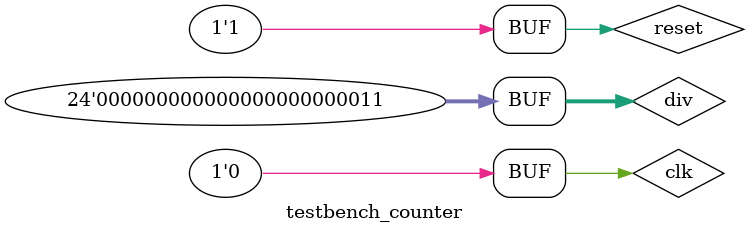
<source format=sv>
/* 
Name: Emily Kendrick
Email: ekendrick@hmc.edu
Date created: 9/6/25
Testbench for the counter module
*/

module testbench_counter();

	logic clk, reset;
	logic sel;
	logic [23:0] div;
	
counter dut(clk, reset, sel, div);

// generate clock
always 
	begin
		// period = 10 ticks
		clk = 1; #5;
		clk = 0; #5;
	end
	
initial begin
	div   = 3;
	reset = 0; #22
	reset = 1; 
end


endmodule
</source>
